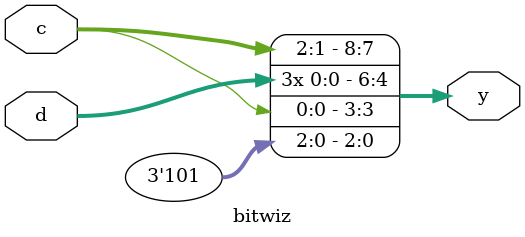
<source format=v>
module bitwiz (
    input [2:0] d,
    input [2:0] c,
    output [8:0] y
);

assign y = {c[2:1], {3{d[0]}}, c[0], 3'b101};
    
endmodule
</source>
